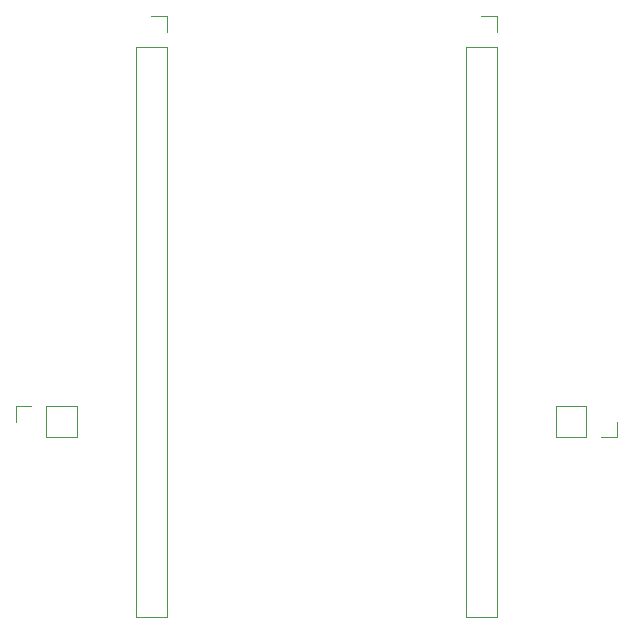
<source format=gbr>
%TF.GenerationSoftware,KiCad,Pcbnew,(5.1.9)-1*%
%TF.CreationDate,2021-12-10T02:02:44+09:00*%
%TF.ProjectId,pi-extend,70692d65-7874-4656-9e64-2e6b69636164,rev?*%
%TF.SameCoordinates,Original*%
%TF.FileFunction,Legend,Bot*%
%TF.FilePolarity,Positive*%
%FSLAX46Y46*%
G04 Gerber Fmt 4.6, Leading zero omitted, Abs format (unit mm)*
G04 Created by KiCad (PCBNEW (5.1.9)-1) date 2021-12-10 02:02:44*
%MOMM*%
%LPD*%
G01*
G04 APERTURE LIST*
%ADD10C,0.120000*%
G04 APERTURE END LIST*
D10*
%TO.C,J2*%
X150148600Y-77435400D02*
X148818600Y-77435400D01*
X150148600Y-78765400D02*
X150148600Y-77435400D01*
X150148600Y-80035400D02*
X147488600Y-80035400D01*
X147488600Y-80035400D02*
X147488600Y-128355400D01*
X150148600Y-80035400D02*
X150148600Y-128355400D01*
X150148600Y-128355400D02*
X147488600Y-128355400D01*
%TO.C,J3*%
X178088600Y-128355400D02*
X175428600Y-128355400D01*
X178088600Y-80035400D02*
X178088600Y-128355400D01*
X175428600Y-80035400D02*
X175428600Y-128355400D01*
X178088600Y-80035400D02*
X175428600Y-80035400D01*
X178088600Y-78765400D02*
X178088600Y-77435400D01*
X178088600Y-77435400D02*
X176758600Y-77435400D01*
%TO.C,J4*%
X137328600Y-110455400D02*
X137328600Y-111785400D01*
X138658600Y-110455400D02*
X137328600Y-110455400D01*
X139928600Y-110455400D02*
X139928600Y-113115400D01*
X139928600Y-113115400D02*
X142528600Y-113115400D01*
X139928600Y-110455400D02*
X142528600Y-110455400D01*
X142528600Y-110455400D02*
X142528600Y-113115400D01*
%TO.C,J5*%
X183048600Y-113115400D02*
X183048600Y-110455400D01*
X185648600Y-113115400D02*
X183048600Y-113115400D01*
X185648600Y-110455400D02*
X183048600Y-110455400D01*
X185648600Y-113115400D02*
X185648600Y-110455400D01*
X186918600Y-113115400D02*
X188248600Y-113115400D01*
X188248600Y-113115400D02*
X188248600Y-111785400D01*
%TD*%
M02*

</source>
